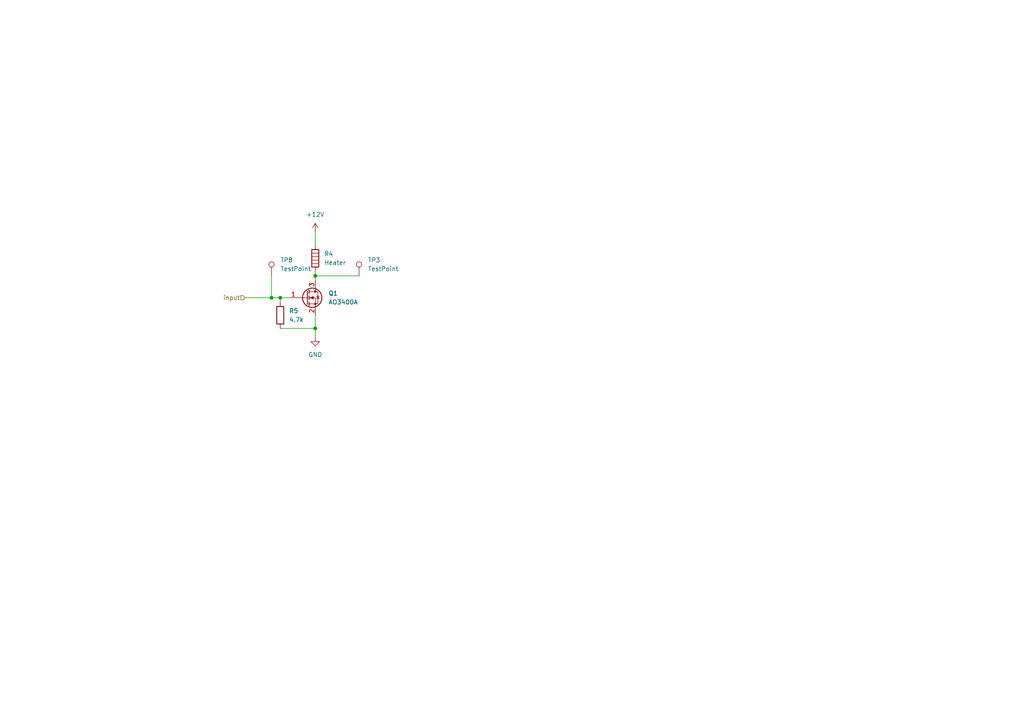
<source format=kicad_sch>
(kicad_sch (version 20250114) (generator "eeschema") (generator_version "9.0")
  (paper "A4")
  (title_block (title "closed-drybox") (rev "1") (comment 1 "https://github.com/lukstruck/closed-drybox#"))
  (lib_symbols
    (symbol "Connector:TestPoint" (pin_numbers (hide yes)) (pin_names (offset 0.762) (hide yes))
      (property "Reference" "TP" (at 0 6.858 0))
      (property "Value" "TestPoint" (at 0 5.08 0))
      (symbol "TestPoint_0_1"
        (circle (center 0 3.302) (radius 0.762))
      )
      (symbol "TestPoint_1_1"
        (pin passive line (at 0 0 90) (length 2.54) (name "1") (number "1"))
      )
    )
    (symbol "Device:Heater" (pin_numbers (hide yes)) (pin_names (offset 0))
      (property "Reference" "R" (at 2.032 0 90))
      (property "Value" "Heater" (at -2.032 0 90))
      (symbol "Heater_0_1"
        (polyline (pts (xy -1.016 1.524) (xy 1.016 1.524)))
        (rectangle (start -1.016 -2.54) (end 1.016 2.54) (stroke (width 0.254)))
        (polyline (pts (xy 1.016 0.508) (xy -1.016 0.508)))
        (polyline (pts (xy 1.016 -0.508) (xy -1.016 -0.508)))
        (polyline (pts (xy 1.016 -1.524) (xy -1.016 -1.524)))
      )
      (symbol "Heater_1_1"
        (pin passive line (at 0 3.81 270) (length 1.27) (name "~") (number "1"))
        (pin passive line (at 0 -3.81 90) (length 1.27) (name "~") (number "2"))
      )
    )
    (symbol "Device:R" (pin_numbers (hide yes)) (pin_names (offset 0))
      (property "Reference" "R" (at 2.032 0 90))
      (property "Value" "R" (at 0 0 90))
      (symbol "R_0_1"
        (rectangle (start -1.016 -2.54) (end 1.016 2.54) (stroke (width 0.254)))
      )
      (symbol "R_1_1"
        (pin passive line (at 0 3.81 270) (length 1.27) (name "~") (number "1"))
        (pin passive line (at 0 -3.81 90) (length 1.27) (name "~") (number "2"))
      )
    )
    (symbol "Transistor_FET:AO3400A" (pin_names (offset 0) (hide yes))
      (property "Reference" "Q" (at 5.08 1.905 0))
      (property "Value" "AO3400A" (at 5.08 0 0))
      (symbol "AO3400A_0_1"
        (polyline (pts (xy 0.254 1.905) (xy 0.254 -1.905)) (stroke (width 0.254)))
        (polyline (pts (xy 0.254 0) (xy -2.54 0)))
        (polyline (pts (xy 0.762 2.286) (xy 0.762 1.27)) (stroke (width 0.254)))
        (polyline (pts (xy 0.762 0.508) (xy 0.762 -0.508)) (stroke (width 0.254)))
        (polyline (pts (xy 0.762 -1.27) (xy 0.762 -2.286)) (stroke (width 0.254)))
        (polyline (pts (xy 0.762 -1.778) (xy 3.302 -1.778) (xy 3.302 1.778) (xy 0.762 1.778)))
        (polyline (pts (xy 1.016 0) (xy 2.032 0.381) (xy 2.032 -0.381) (xy 1.016 0)) (fill (type outline)))
        (circle (center 1.651 0) (radius 2.794) (stroke (width 0.254)))
        (polyline (pts (xy 2.54 2.54) (xy 2.54 1.778)))
        (circle (center 2.54 1.778) (radius 0.254) (fill (type outline)))
        (circle (center 2.54 -1.778) (radius 0.254) (fill (type outline)))
        (polyline (pts (xy 2.54 -2.54) (xy 2.54 0) (xy 0.762 0)))
        (polyline (pts (xy 2.921 0.381) (xy 3.683 0.381)))
        (polyline (pts (xy 3.302 0.381) (xy 2.921 -0.254) (xy 3.683 -0.254) (xy 3.302 0.381)))
      )
      (symbol "AO3400A_1_1"
        (pin input line (at -5.08 0 0) (length 2.54) (name "G") (number "1"))
        (pin passive line (at 2.54 5.08 270) (length 2.54) (name "D") (number "3"))
        (pin passive line (at 2.54 -5.08 90) (length 2.54) (name "S") (number "2"))
      )
    )
    (symbol "power:+12V" (power) (pin_numbers (hide yes)) (pin_names (offset 0) (hide yes))
      (property "Value" "+12V" (at 0 3.556 0))
      (symbol "+12V_0_1"
        (polyline (pts (xy -0.762 1.27) (xy 0 2.54)))
        (polyline (pts (xy 0 2.54) (xy 0.762 1.27)))
        (polyline (pts (xy 0 0) (xy 0 2.54)))
      )
      (symbol "+12V_1_1"
        (pin power_in line (at 0 0 90) (length 0) (name "~") (number "1"))
      )
    )
    (symbol "power:GND" (power) (pin_numbers (hide yes)) (pin_names (offset 0) (hide yes))
      (property "Value" "GND" (at 0 -3.81 0))
      (symbol "GND_0_1"
        (polyline (pts (xy 0 0) (xy 0 -1.27) (xy 1.27 -1.27) (xy 0 -2.54) (xy -1.27 -1.27) (xy 0 -1.27)))
      )
      (symbol "GND_1_1"
        (pin power_in line (at 0 0 270) (length 0) (name "~") (number "1"))
      )
    )
  )
  (junction (at 91.44 95.25))
  (junction (at 78.74 86.36))
  (junction (at 91.44 80.01))
  (junction (at 81.28 86.36))
  (wire (pts (xy 91.44 67.31) (xy 91.44 71.12)))
  (wire (pts (xy 91.44 78.74) (xy 91.44 80.01)))
  (wire (pts (xy 78.74 86.36) (xy 81.28 86.36)))
  (wire (pts (xy 81.28 87.63) (xy 81.28 86.36)))
  (wire (pts (xy 81.28 86.36) (xy 83.82 86.36)))
  (wire (pts (xy 91.44 80.01) (xy 104.14 80.01)))
  (wire (pts (xy 81.28 95.25) (xy 91.44 95.25)))
  (wire (pts (xy 91.44 95.25) (xy 91.44 97.79)))
  (wire (pts (xy 78.74 80.01) (xy 78.74 86.36)))
  (wire (pts (xy 91.44 80.01) (xy 91.44 81.28)))
  (wire (pts (xy 71.12 86.36) (xy 78.74 86.36)))
  (wire (pts (xy 91.44 91.44) (xy 91.44 95.25)))
  (hierarchical_label "input" (shape input) (at 71.12 86.36 180))
  (symbol (lib_id "power:+12V") (at 91.44 67.31 0) (unit 1)
    (property "Reference" "#PWR013" (effects (hide yes)))
    (property "Value" "+12V" (at 91.44 62.23 0))
    (property "Description" "Power symbol creates a global label with name \"+12V\"" (effects (hide yes)))
    (instances (project "closed-drybox" (path "" (reference "#PWR013") (unit 1)) (path "" (reference "#PWR017") (unit 1)) (path "" (reference "#PWR015") (unit 1)) (path "" (reference "#PWR019") (unit 1)) (path "" (reference "#PWR021") (unit 1))))
  )
  (symbol (lib_id "Connector:TestPoint") (at 78.74 80.01 0) (unit 1)
    (property "Reference" "TP8" (at 81.28 75.4379 0) (effects (justify left)))
    (property "Value" "TestPoint" (at 81.28 77.9779 0) (effects (justify left)))
    (property "Footprint" "TestPoint:TestPoint_Pad_D2.5mm" (effects (hide yes)))
    (property "Description" "test point" (effects (hide yes)))
    (instances (project "" (path "" (reference "TP8") (unit 1)) (path "" (reference "TP10") (unit 1)) (path "" (reference "TP9") (unit 1)) (path "" (reference "TP11") (unit 1)) (path "" (reference "TP12") (unit 1))))
  )
  (symbol (lib_id "Device:R") (at 81.28 91.44 0) (unit 1)
    (property "Reference" "R5" (at 83.82 90.1699 0) (effects (justify left)))
    (property "Value" "4.7k" (at 83.82 92.7099 0) (effects (justify left)))
    (property "Footprint" "Resistor_SMD:R_0603_1608Metric_Pad0.98x0.95mm_HandSolder" (effects (hide yes)))
    (property "Description" "Resistor" (effects (hide yes)))
    (instances (project "" (path "" (reference "R5") (unit 1)) (path "" (reference "R9") (unit 1)) (path "" (reference "R7") (unit 1)) (path "" (reference "R11") (unit 1)) (path "" (reference "R13") (unit 1))))
  )
  (symbol (lib_id "Transistor_FET:AO3400A") (at 88.9 86.36 0) (unit 1)
    (property "Reference" "Q1" (at 95.25 85.0899 0) (effects (justify left)))
    (property "Value" "AO3400A" (at 95.25 87.6299 0) (effects (justify left)))
    (property "Footprint" "Package_TO_SOT_SMD:SOT-23" (effects (hide yes)))
    (property "Datasheet" "http://www.aosmd.com/pdfs/datasheet/AO3400A.pdf" (effects (hide yes)))
    (property "Description" "30V Vds, 5.7A Id, N-Channel MOSFET, SOT-23" (effects (hide yes)))
    (property "LCSC" "C20917" (effects (hide yes)))
    (instances (project "closed-drybox" (path "" (reference "Q1") (unit 1)) (path "" (reference "Q3") (unit 1)) (path "" (reference "Q2") (unit 1)) (path "" (reference "Q4") (unit 1)) (path "" (reference "Q5") (unit 1))))
  )
  (symbol (lib_id "Device:Heater") (at 91.44 74.93 0) (unit 1)
    (property "Reference" "R4" (at 93.98 73.6599 0) (effects (justify left)))
    (property "Value" "Heater" (at 93.98 76.1999 0) (effects (justify left)))
    (property "Footprint" "Connector_JST:JST_XH_S2B-XH-A_1x02_P2.50mm_Horizontal" (effects (hide yes)))
    (property "Description" "Resistive heater" (effects (hide yes)))
    (property "LCSC" "C158012" (effects (hide yes)))
    (instances (project "closed-drybox" (path "" (reference "R4") (unit 1)) (path "" (reference "R8") (unit 1)) (path "" (reference "R6") (unit 1)) (path "" (reference "R10") (unit 1)) (path "" (reference "R12") (unit 1))))
  )
  (symbol (lib_id "Connector:TestPoint") (at 104.14 80.01 0) (unit 1)
    (property "Reference" "TP3" (at 106.68 75.4379 0) (effects (justify left)))
    (property "Value" "TestPoint" (at 106.68 77.9779 0) (effects (justify left)))
    (property "Footprint" "TestPoint:TestPoint_Pad_D2.5mm" (effects (hide yes)))
    (property "Description" "test point" (effects (hide yes)))
    (instances (project "" (path "" (reference "TP3") (unit 1)) (path "" (reference "TP5") (unit 1)) (path "" (reference "TP4") (unit 1)) (path "" (reference "TP6") (unit 1)) (path "" (reference "TP7") (unit 1))))
  )
  (symbol (lib_id "power:GND") (at 91.44 97.79 0) (unit 1)
    (property "Reference" "#PWR014" (effects (hide yes)))
    (property "Value" "GND" (at 91.44 102.87 0))
    (property "Description" "Power symbol creates a global label with name \"GND\" , ground" (effects (hide yes)))
    (instances (project "closed-drybox" (path "" (reference "#PWR014") (unit 1)) (path "" (reference "#PWR018") (unit 1)) (path "" (reference "#PWR016") (unit 1)) (path "" (reference "#PWR020") (unit 1)) (path "" (reference "#PWR022") (unit 1))))
  )
)
</source>
